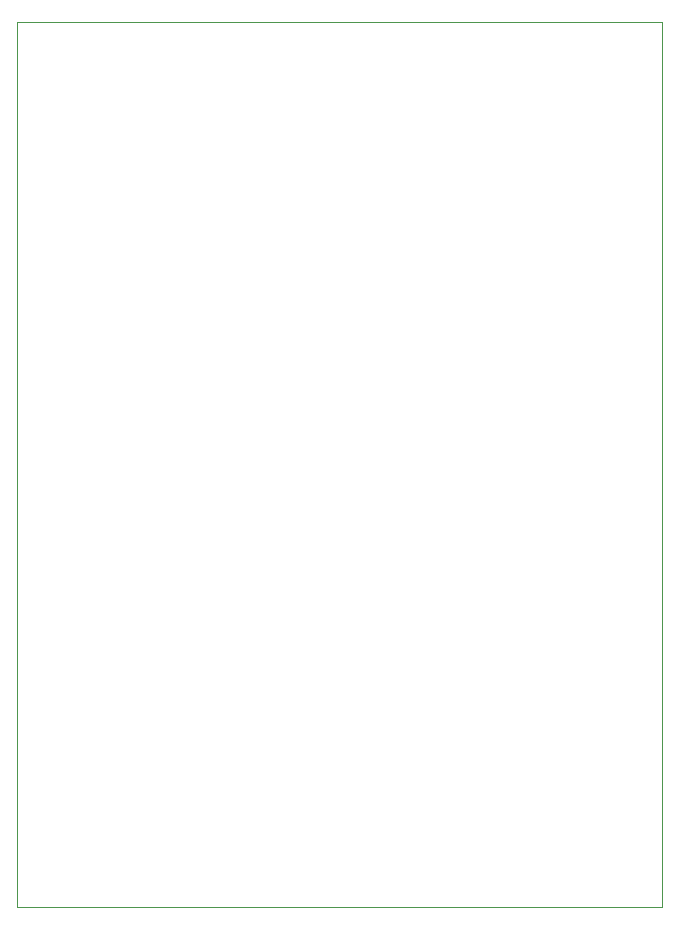
<source format=gbr>
G04 #@! TF.FileFunction,Profile,NP*
%FSLAX46Y46*%
G04 Gerber Fmt 4.6, Leading zero omitted, Abs format (unit mm)*
G04 Created by KiCad (PCBNEW (after 2015-mar-04 BZR unknown)-product) date Wed 02 Nov 2016 01:14:16 AM CET*
%MOMM*%
G01*
G04 APERTURE LIST*
%ADD10C,0.100000*%
G04 APERTURE END LIST*
D10*
X10160000Y-85090000D02*
X10160000Y-10160000D01*
X64770000Y-85090000D02*
X10160000Y-85090000D01*
X64770000Y-10160000D02*
X64770000Y-85090000D01*
X10160000Y-10160000D02*
X64770000Y-10160000D01*
M02*

</source>
